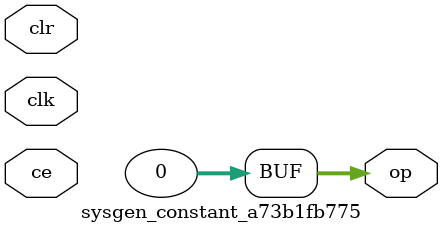
<source format=v>
module sysgen_constant_a73b1fb775 (
  output [(32 - 1):0] op,
  input clk,
  input ce,
  input clr);
  assign op = 32'b00000000000000000000000000000000;
endmodule
</source>
